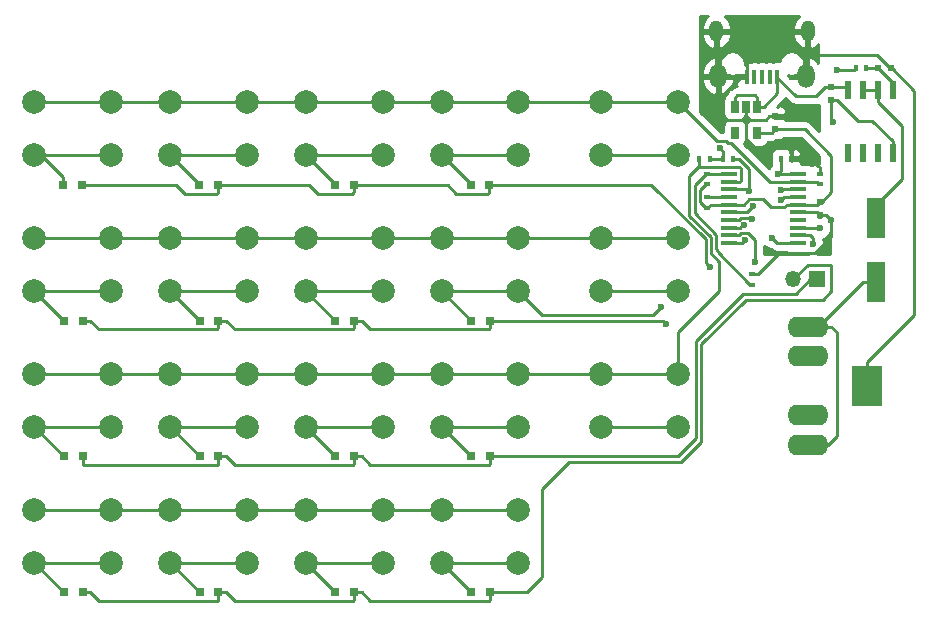
<source format=gbr>
G04 #@! TF.FileFunction,Copper,L1,Top,Signal*
%FSLAX46Y46*%
G04 Gerber Fmt 4.6, Leading zero omitted, Abs format (unit mm)*
G04 Created by KiCad (PCBNEW 4.0.0-rc2-stable) date 16/03/2018 16:43:17*
%MOMM*%
G01*
G04 APERTURE LIST*
%ADD10C,0.100000*%
%ADD11R,0.500000X0.600000*%
%ADD12R,0.600000X0.500000*%
%ADD13R,1.600000X3.500000*%
%ADD14R,0.800000X0.800000*%
%ADD15R,2.500000X3.500000*%
%ADD16O,3.500000X1.750000*%
%ADD17R,1.350000X1.350000*%
%ADD18O,1.350000X1.350000*%
%ADD19R,0.450000X1.300000*%
%ADD20O,1.450000X2.000000*%
%ADD21O,1.150000X1.800000*%
%ADD22R,0.600000X0.400000*%
%ADD23R,0.400000X0.600000*%
%ADD24C,2.000000*%
%ADD25R,1.450000X0.450000*%
%ADD26R,0.600000X1.550000*%
%ADD27R,0.650000X1.060000*%
%ADD28C,0.600000*%
%ADD29C,0.250000*%
%ADD30C,0.254000*%
G04 APERTURE END LIST*
D10*
D11*
X172250000Y-60300000D03*
X172250000Y-59200000D03*
D12*
X180950000Y-55140616D03*
X182050000Y-55140616D03*
D11*
X177000000Y-57800000D03*
X177000000Y-56700000D03*
X176000000Y-66450000D03*
X176000000Y-67550000D03*
D13*
X180750000Y-67800000D03*
X180750000Y-73200000D03*
D14*
X111950000Y-65000000D03*
X113550000Y-65000000D03*
X112000000Y-76500000D03*
X113600000Y-76500000D03*
X112000000Y-88000000D03*
X113600000Y-88000000D03*
X112000000Y-99500000D03*
X113600000Y-99500000D03*
X123450000Y-65000000D03*
X125050000Y-65000000D03*
X123500000Y-76500000D03*
X125100000Y-76500000D03*
X123500000Y-88000000D03*
X125100000Y-88000000D03*
X123500000Y-99500000D03*
X125100000Y-99500000D03*
X134950000Y-65000000D03*
X136550000Y-65000000D03*
X135000000Y-76500000D03*
X136600000Y-76500000D03*
X135000000Y-88000000D03*
X136600000Y-88000000D03*
X135000000Y-99500000D03*
X136600000Y-99500000D03*
X146450000Y-65000000D03*
X148050000Y-65000000D03*
X146500000Y-76500000D03*
X148100000Y-76500000D03*
X146500000Y-88000000D03*
X148100000Y-88000000D03*
X146500000Y-99500000D03*
X148100000Y-99500000D03*
D15*
X180000000Y-82000000D03*
D16*
X174994000Y-87000000D03*
X174994000Y-77000000D03*
X174994000Y-84500000D03*
X174994000Y-79500000D03*
D17*
X175750000Y-73000000D03*
D18*
X173750000Y-73000000D03*
D19*
X172425000Y-55850000D03*
X171775000Y-55850000D03*
X171125000Y-55850000D03*
X170475000Y-55850000D03*
X169825000Y-55850000D03*
D20*
X174850000Y-55800000D03*
X167400000Y-55800000D03*
D21*
X175000000Y-52000000D03*
X167250000Y-52000000D03*
D22*
X166500000Y-66050000D03*
X166500000Y-66950000D03*
X166500000Y-64050000D03*
X166500000Y-64950000D03*
X170250000Y-73450000D03*
X170250000Y-72550000D03*
X176000000Y-64952800D03*
X176000000Y-64052800D03*
D23*
X172705200Y-62801000D03*
X173605200Y-62801000D03*
X179950000Y-55140616D03*
X179050000Y-55140616D03*
D24*
X109500000Y-62500000D03*
X109500000Y-58000000D03*
X116000000Y-62500000D03*
X116000000Y-58000000D03*
X109500000Y-74000000D03*
X109500000Y-69500000D03*
X116000000Y-74000000D03*
X116000000Y-69500000D03*
X109500000Y-85500000D03*
X109500000Y-81000000D03*
X116000000Y-85500000D03*
X116000000Y-81000000D03*
X109500000Y-97000000D03*
X109500000Y-92500000D03*
X116000000Y-97000000D03*
X116000000Y-92500000D03*
X121000000Y-62500000D03*
X121000000Y-58000000D03*
X127500000Y-62500000D03*
X127500000Y-58000000D03*
X121000000Y-74000000D03*
X121000000Y-69500000D03*
X127500000Y-74000000D03*
X127500000Y-69500000D03*
X121000000Y-85500000D03*
X121000000Y-81000000D03*
X127500000Y-85500000D03*
X127500000Y-81000000D03*
X121000000Y-97000000D03*
X121000000Y-92500000D03*
X127500000Y-97000000D03*
X127500000Y-92500000D03*
X132500000Y-62500000D03*
X132500000Y-58000000D03*
X139000000Y-62500000D03*
X139000000Y-58000000D03*
X132500000Y-74000000D03*
X132500000Y-69500000D03*
X139000000Y-74000000D03*
X139000000Y-69500000D03*
X132500000Y-85500000D03*
X132500000Y-81000000D03*
X139000000Y-85500000D03*
X139000000Y-81000000D03*
X132500000Y-97000000D03*
X132500000Y-92500000D03*
X139000000Y-97000000D03*
X139000000Y-92500000D03*
X144000000Y-62500000D03*
X144000000Y-58000000D03*
X150500000Y-62500000D03*
X150500000Y-58000000D03*
X144000000Y-74000000D03*
X144000000Y-69500000D03*
X150500000Y-74000000D03*
X150500000Y-69500000D03*
X144000000Y-85500000D03*
X144000000Y-81000000D03*
X150500000Y-85500000D03*
X150500000Y-81000000D03*
X144000000Y-97000000D03*
X144000000Y-92500000D03*
X150500000Y-97000000D03*
X150500000Y-92500000D03*
X157500000Y-62500000D03*
X157500000Y-58000000D03*
X164000000Y-62500000D03*
X164000000Y-58000000D03*
X157500000Y-74000000D03*
X157500000Y-69500000D03*
X164000000Y-74000000D03*
X164000000Y-69500000D03*
X157500000Y-85500000D03*
X157500000Y-81000000D03*
X164000000Y-85500000D03*
X164000000Y-81000000D03*
D25*
X168300000Y-64075000D03*
X168300000Y-64725000D03*
X168300000Y-65375000D03*
X168300000Y-66025000D03*
X168300000Y-66675000D03*
X168300000Y-67325000D03*
X168300000Y-67975000D03*
X168300000Y-68625000D03*
X168300000Y-69275000D03*
X168300000Y-69925000D03*
X174200000Y-69925000D03*
X174200000Y-69275000D03*
X174200000Y-68625000D03*
X174200000Y-67975000D03*
X174200000Y-67325000D03*
X174200000Y-66675000D03*
X174200000Y-66025000D03*
X174200000Y-65375000D03*
X174200000Y-64725000D03*
X174200000Y-64075000D03*
D26*
X178400472Y-62340616D03*
X179670472Y-62340616D03*
X180940472Y-62340616D03*
X182210472Y-62340616D03*
X182210472Y-56940616D03*
X180940472Y-56940616D03*
X179670472Y-56940616D03*
X178400472Y-56940616D03*
D27*
X170700000Y-58400000D03*
X169750000Y-58400000D03*
X168800000Y-58400000D03*
X168800000Y-60600000D03*
X170700000Y-60600000D03*
D23*
X165803600Y-62801000D03*
X166703600Y-62801000D03*
X168703000Y-62801000D03*
X167803000Y-62801000D03*
D28*
X167538400Y-61925200D03*
X170713400Y-53619400D03*
X176961800Y-67995800D03*
X177165000Y-59690000D03*
X170348700Y-66828482D03*
X172000000Y-69500000D03*
X166750000Y-72000000D03*
X175425012Y-70001980D03*
X163000000Y-76750000D03*
X172750000Y-66250000D03*
X172722703Y-65437946D03*
X170316956Y-67933044D03*
X169635101Y-68446197D03*
X170566955Y-71566955D03*
X162575001Y-75325001D03*
X177500000Y-55250000D03*
X175999862Y-68691580D03*
X172471649Y-64099980D03*
X170000000Y-65500000D03*
X169652019Y-69696218D03*
D29*
X172250000Y-60300000D02*
X174727000Y-60300000D01*
X174727000Y-60300000D02*
X177000000Y-62573000D01*
X177000000Y-62573000D02*
X177000000Y-65620800D01*
X177000000Y-65620800D02*
X176170800Y-66450000D01*
X176170800Y-66450000D02*
X176000000Y-66450000D01*
X173225000Y-66675000D02*
X174200000Y-66675000D01*
X171875002Y-66875002D02*
X173024998Y-66875002D01*
X171203480Y-66203480D02*
X171875002Y-66875002D01*
X173024998Y-66875002D02*
X173225000Y-66675000D01*
X170048698Y-66203480D02*
X171203480Y-66203480D01*
X168300000Y-66675000D02*
X169577178Y-66675000D01*
X169577178Y-66675000D02*
X170048698Y-66203480D01*
X176000000Y-66450000D02*
X176050000Y-66450000D01*
X174200000Y-66675000D02*
X175775000Y-66675000D01*
X175775000Y-66675000D02*
X176000000Y-66450000D01*
X166500000Y-64950000D02*
X166400000Y-64950000D01*
X166400000Y-64950000D02*
X165874999Y-65475001D01*
X165874999Y-65475001D02*
X165874999Y-66424999D01*
X165874999Y-66424999D02*
X166400000Y-66950000D01*
X166400000Y-66950000D02*
X166500000Y-66950000D01*
X166500000Y-66950000D02*
X166775000Y-66675000D01*
X166775000Y-66675000D02*
X168300000Y-66675000D01*
X170700000Y-60600000D02*
X171950000Y-60600000D01*
X171950000Y-60600000D02*
X172250000Y-60300000D01*
X175000000Y-52000000D02*
X175000000Y-54000000D01*
X175000000Y-54000000D02*
X175000000Y-55650000D01*
X182050000Y-55140616D02*
X182000000Y-55140616D01*
X182000000Y-55140616D02*
X180859384Y-54000000D01*
X180859384Y-54000000D02*
X175000000Y-54000000D01*
X184000026Y-57040642D02*
X184000026Y-58575736D01*
X182100000Y-55140616D02*
X184000026Y-57040642D01*
X182050000Y-55140616D02*
X182100000Y-55140616D01*
X180000000Y-80000000D02*
X184000026Y-75999974D01*
X180000000Y-82000000D02*
X180000000Y-80000000D01*
X184000026Y-75999974D02*
X184000026Y-59424264D01*
X184000026Y-58575736D02*
X184000026Y-59000000D01*
X184000026Y-59424264D02*
X184000026Y-59000000D01*
X175599120Y-70750000D02*
X176349120Y-70000000D01*
X176349120Y-70000000D02*
X176625002Y-69724118D01*
X176961800Y-67995800D02*
X176961800Y-69387320D01*
X176961800Y-69387320D02*
X176349120Y-70000000D01*
X167500000Y-59500000D02*
X169430000Y-59500000D01*
X167500000Y-57700000D02*
X167500000Y-59500000D01*
X169430000Y-59500000D02*
X169750000Y-59180000D01*
X169350000Y-55850000D02*
X167500000Y-57700000D01*
X169825000Y-55850000D02*
X169350000Y-55850000D01*
X167803000Y-62801000D02*
X167803000Y-62189800D01*
X167803000Y-62189800D02*
X167538400Y-61925200D01*
X172753200Y-61849000D02*
X170508998Y-61849000D01*
X170508998Y-61849000D02*
X169750000Y-61090002D01*
X169750000Y-61090002D02*
X169750000Y-59180000D01*
X169750000Y-59180000D02*
X169750000Y-58400000D01*
X173605200Y-62801000D02*
X173605200Y-62701000D01*
X173605200Y-62701000D02*
X173482000Y-62577800D01*
X167803000Y-62801000D02*
X166703600Y-62801000D01*
X176000000Y-64052800D02*
X176000000Y-63503400D01*
X176000000Y-63503400D02*
X175297600Y-62801000D01*
X175297600Y-62801000D02*
X174055200Y-62801000D01*
X174055200Y-62801000D02*
X173605200Y-62801000D01*
X170713400Y-53619400D02*
X169825000Y-54507800D01*
X169825000Y-54507800D02*
X169825000Y-55850000D01*
X172600000Y-70750000D02*
X175599120Y-70750000D01*
X176000000Y-67600000D02*
X176000000Y-67550000D01*
X170250000Y-72550000D02*
X170800000Y-72550000D01*
X170800000Y-72550000D02*
X172600000Y-70750000D01*
X176000000Y-67550000D02*
X176516000Y-67550000D01*
X176516000Y-67550000D02*
X176961800Y-67995800D01*
X177000000Y-57800000D02*
X177000000Y-59525000D01*
X177000000Y-59525000D02*
X177165000Y-59690000D01*
X182210472Y-62340616D02*
X182210472Y-61315616D01*
X182210472Y-61315616D02*
X180457856Y-59563000D01*
X180457856Y-59563000D02*
X179263000Y-59563000D01*
X179263000Y-59563000D02*
X177500000Y-57800000D01*
X177500000Y-57800000D02*
X177000000Y-57800000D01*
X167250000Y-52000000D02*
X167250000Y-55650000D01*
X167250000Y-55650000D02*
X167400000Y-55800000D01*
X175000000Y-55650000D02*
X174850000Y-55800000D01*
X176000000Y-67550000D02*
X176000000Y-67500000D01*
X176000000Y-67550000D02*
X175775000Y-67325000D01*
X175775000Y-67325000D02*
X174200000Y-67325000D01*
X167400000Y-55800000D02*
X169775000Y-55800000D01*
X169775000Y-55800000D02*
X169825000Y-55850000D01*
X171450000Y-59500000D02*
X170070000Y-59500000D01*
X170070000Y-59500000D02*
X169750000Y-59180000D01*
X172250000Y-59200000D02*
X171750000Y-59200000D01*
X171750000Y-59200000D02*
X171450000Y-59500000D01*
X179950000Y-55140616D02*
X180950000Y-55140616D01*
X182210472Y-56940616D02*
X182210472Y-56401088D01*
X182210472Y-56401088D02*
X180950000Y-55140616D01*
X170500000Y-57420000D02*
X169000000Y-57420000D01*
X169000000Y-57420000D02*
X168800000Y-57620000D01*
X168800000Y-57620000D02*
X168800000Y-58400000D01*
X170700000Y-58400000D02*
X170700000Y-57620000D01*
X170700000Y-57620000D02*
X170500000Y-57420000D01*
X170700000Y-58400000D02*
X171275000Y-58400000D01*
X171275000Y-58400000D02*
X172425000Y-57250000D01*
X172425000Y-57250000D02*
X172425000Y-56750000D01*
X172425000Y-56750000D02*
X172425000Y-55850000D01*
X177000000Y-56700000D02*
X176500000Y-56700000D01*
X176500000Y-56700000D02*
X175700000Y-57500000D01*
X174000000Y-57500000D02*
X172425000Y-55925000D01*
X175700000Y-57500000D02*
X174000000Y-57500000D01*
X172425000Y-55925000D02*
X172425000Y-55850000D01*
X177000000Y-56700000D02*
X178159856Y-56700000D01*
X178159856Y-56700000D02*
X178400472Y-56940616D01*
X180940472Y-56940616D02*
X180940472Y-57965616D01*
X180940472Y-57965616D02*
X183000000Y-60025144D01*
X183000000Y-60025144D02*
X183000000Y-64500000D01*
X183000000Y-64500000D02*
X180750000Y-66750000D01*
X180750000Y-66750000D02*
X180750000Y-67800000D01*
X179670472Y-56940616D02*
X180940472Y-56940616D01*
X174994000Y-77000000D02*
X176994000Y-77000000D01*
X176994000Y-77000000D02*
X177500000Y-77506000D01*
X177500000Y-77506000D02*
X177500000Y-86250000D01*
X177500000Y-86250000D02*
X176750000Y-87000000D01*
X176750000Y-87000000D02*
X174994000Y-87000000D01*
X174994000Y-77000000D02*
X175869000Y-77000000D01*
X175869000Y-77000000D02*
X179669000Y-73200000D01*
X179669000Y-73200000D02*
X179700000Y-73200000D01*
X179700000Y-73200000D02*
X180750000Y-73200000D01*
X169852182Y-67325000D02*
X170048701Y-67128481D01*
X168300000Y-67325000D02*
X169852182Y-67325000D01*
X170048701Y-67128481D02*
X170348700Y-66828482D01*
X109500000Y-74000000D02*
X112000000Y-76500000D01*
X109500000Y-74000000D02*
X110914213Y-74000000D01*
X110914213Y-74000000D02*
X116000000Y-74000000D01*
X109500000Y-62500000D02*
X116000000Y-62500000D01*
X109500000Y-97000000D02*
X116000000Y-97000000D01*
X109500000Y-85500000D02*
X112000000Y-88000000D01*
X109500000Y-85500000D02*
X116000000Y-85500000D01*
X109500000Y-97000000D02*
X112000000Y-99500000D01*
X111950000Y-65000000D02*
X111950000Y-64350000D01*
X111950000Y-64350000D02*
X110100000Y-62500000D01*
X110100000Y-62500000D02*
X109500000Y-62500000D01*
X166450001Y-71700001D02*
X166750000Y-72000000D01*
X166349977Y-71599977D02*
X166450001Y-71700001D01*
X166349977Y-69622798D02*
X166349977Y-71599977D01*
X161727179Y-65000000D02*
X166349977Y-69622798D01*
X148050000Y-65000000D02*
X161727179Y-65000000D01*
X172000000Y-69500000D02*
X172425000Y-69925000D01*
X172425000Y-69925000D02*
X174200000Y-69925000D01*
X136550000Y-65000000D02*
X144500000Y-65000000D01*
X148050000Y-65650000D02*
X148050000Y-65000000D01*
X144500000Y-65000000D02*
X145250000Y-65750000D01*
X145250000Y-65750000D02*
X147950000Y-65750000D01*
X147950000Y-65750000D02*
X148050000Y-65650000D01*
X113550000Y-65000000D02*
X121500000Y-65000000D01*
X121500000Y-65000000D02*
X122250000Y-65750000D01*
X122250000Y-65750000D02*
X124950000Y-65750000D01*
X124950000Y-65750000D02*
X125050000Y-65650000D01*
X125050000Y-65650000D02*
X125050000Y-65000000D01*
X125050000Y-65000000D02*
X132750000Y-65000000D01*
X132750000Y-65000000D02*
X133500000Y-65750000D01*
X133500000Y-65750000D02*
X136450000Y-65750000D01*
X136450000Y-65750000D02*
X136550000Y-65650000D01*
X136550000Y-65650000D02*
X136550000Y-65000000D01*
X175425012Y-69577716D02*
X175425012Y-70001980D01*
X175425012Y-69525012D02*
X175425012Y-69577716D01*
X174200000Y-69275000D02*
X175175000Y-69275000D01*
X175175000Y-69275000D02*
X175425012Y-69525012D01*
X148100000Y-76500000D02*
X162750000Y-76500000D01*
X162750000Y-76500000D02*
X163000000Y-76750000D01*
X136600000Y-76500000D02*
X137250000Y-76500000D01*
X137975001Y-77225001D02*
X148024999Y-77225001D01*
X137250000Y-76500000D02*
X137975001Y-77225001D01*
X148024999Y-77225001D02*
X148100000Y-77150000D01*
X148100000Y-77150000D02*
X148100000Y-76500000D01*
X125100000Y-76500000D02*
X125750000Y-76500000D01*
X125750000Y-76500000D02*
X126475001Y-77225001D01*
X136600000Y-77150000D02*
X136600000Y-76500000D01*
X126475001Y-77225001D02*
X136524999Y-77225001D01*
X136524999Y-77225001D02*
X136600000Y-77150000D01*
X115000000Y-77250000D02*
X125000000Y-77250000D01*
X125000000Y-77250000D02*
X125100000Y-77150000D01*
X125100000Y-77150000D02*
X125100000Y-76500000D01*
X113600000Y-76500000D02*
X114250000Y-76500000D01*
X114250000Y-76500000D02*
X115000000Y-77250000D01*
X172975000Y-66025000D02*
X172750000Y-66250000D01*
X174200000Y-66025000D02*
X172975000Y-66025000D01*
X148100000Y-88000000D02*
X164000000Y-88000000D01*
X164000000Y-88000000D02*
X165549989Y-86450011D01*
X165549989Y-86450011D02*
X165549989Y-78200011D01*
X169500000Y-74250000D02*
X173980002Y-74250000D01*
X165549989Y-78200011D02*
X169500000Y-74250000D01*
X173980002Y-74250000D02*
X175230002Y-73000000D01*
X175230002Y-73000000D02*
X175750000Y-73000000D01*
X136600000Y-88000000D02*
X137250000Y-88000000D01*
X137975001Y-88725001D02*
X148024999Y-88725001D01*
X137250000Y-88000000D02*
X137975001Y-88725001D01*
X148024999Y-88725001D02*
X148100000Y-88650000D01*
X148100000Y-88650000D02*
X148100000Y-88000000D01*
X125100000Y-88000000D02*
X125750000Y-88000000D01*
X125750000Y-88000000D02*
X126475001Y-88725001D01*
X126475001Y-88725001D02*
X136524999Y-88725001D01*
X136524999Y-88725001D02*
X136600000Y-88650000D01*
X136600000Y-88650000D02*
X136600000Y-88000000D01*
X113600000Y-88000000D02*
X113600000Y-88650000D01*
X113600000Y-88650000D02*
X113675001Y-88725001D01*
X113675001Y-88725001D02*
X125024999Y-88725001D01*
X125024999Y-88725001D02*
X125100000Y-88650000D01*
X125100000Y-88650000D02*
X125100000Y-88000000D01*
X172785649Y-65375000D02*
X172722703Y-65437946D01*
X174200000Y-65375000D02*
X172785649Y-65375000D01*
X148100000Y-99500000D02*
X151250000Y-99500000D01*
X166000000Y-86750000D02*
X166000000Y-78500000D01*
X151250000Y-99500000D02*
X152500000Y-98250000D01*
X152500000Y-98250000D02*
X152500000Y-90750000D01*
X152500000Y-90750000D02*
X154750000Y-88500000D01*
X154750000Y-88500000D02*
X164250000Y-88500000D01*
X164250000Y-88500000D02*
X166000000Y-86750000D01*
X175000000Y-71750000D02*
X173750000Y-73000000D01*
X166000000Y-78500000D02*
X169750000Y-74750000D01*
X169750000Y-74750000D02*
X176250000Y-74750000D01*
X176250000Y-74750000D02*
X177000000Y-74000000D01*
X177000000Y-74000000D02*
X177000000Y-71750000D01*
X177000000Y-71750000D02*
X175000000Y-71750000D01*
X136600000Y-99500000D02*
X137250000Y-99500000D01*
X137250000Y-99500000D02*
X137975001Y-100225001D01*
X137975001Y-100225001D02*
X148024999Y-100225001D01*
X148100000Y-100150000D02*
X148100000Y-99500000D01*
X148024999Y-100225001D02*
X148100000Y-100150000D01*
X125100000Y-99500000D02*
X125750000Y-99500000D01*
X125750000Y-99500000D02*
X126475001Y-100225001D01*
X136524999Y-100225001D02*
X136600000Y-100150000D01*
X126475001Y-100225001D02*
X136524999Y-100225001D01*
X136600000Y-100150000D02*
X136600000Y-99500000D01*
X113600000Y-99500000D02*
X114250000Y-99500000D01*
X114250000Y-99500000D02*
X114975001Y-100225001D01*
X114975001Y-100225001D02*
X125024999Y-100225001D01*
X125024999Y-100225001D02*
X125100000Y-100150000D01*
X125100000Y-100150000D02*
X125100000Y-99500000D01*
X127500000Y-74000000D02*
X121000000Y-74000000D01*
X168300000Y-67975000D02*
X169181294Y-67975000D01*
X170205107Y-67821195D02*
X170316956Y-67933044D01*
X169181294Y-67975000D02*
X169335099Y-67821195D01*
X169335099Y-67821195D02*
X170205107Y-67821195D01*
X123500000Y-76500000D02*
X121000000Y-74000000D01*
X121000000Y-62500000D02*
X123450000Y-64950000D01*
X123450000Y-64950000D02*
X123450000Y-65000000D01*
X121000000Y-62500000D02*
X122414213Y-62500000D01*
X122414213Y-62500000D02*
X127500000Y-62500000D01*
X121000000Y-85500000D02*
X123500000Y-88000000D01*
X121000000Y-85500000D02*
X127500000Y-85500000D01*
X121000000Y-97000000D02*
X123500000Y-99500000D01*
X121000000Y-97000000D02*
X127500000Y-97000000D01*
X169275000Y-68625000D02*
X169453803Y-68446197D01*
X168300000Y-68625000D02*
X169275000Y-68625000D01*
X169453803Y-68446197D02*
X169635101Y-68446197D01*
X132500000Y-97000000D02*
X139000000Y-97000000D01*
X132500000Y-97000000D02*
X135000000Y-99500000D01*
X132500000Y-74000000D02*
X133914213Y-74000000D01*
X133914213Y-74000000D02*
X139000000Y-74000000D01*
X135000000Y-76500000D02*
X132500000Y-74000000D01*
X132500000Y-62500000D02*
X134950000Y-64950000D01*
X134950000Y-64950000D02*
X134950000Y-65000000D01*
X132500000Y-62500000D02*
X133914213Y-62500000D01*
X133914213Y-62500000D02*
X139000000Y-62500000D01*
X132500000Y-85500000D02*
X135000000Y-88000000D01*
X132500000Y-85500000D02*
X139000000Y-85500000D01*
X170566955Y-69686150D02*
X170566955Y-71142691D01*
X169352017Y-69071216D02*
X169952021Y-69071216D01*
X170566955Y-71142691D02*
X170566955Y-71566955D01*
X169148233Y-69275000D02*
X169352017Y-69071216D01*
X168300000Y-69275000D02*
X169148233Y-69275000D01*
X169952021Y-69071216D02*
X170566955Y-69686150D01*
X162575001Y-75325001D02*
X161900002Y-76000000D01*
X161900002Y-76000000D02*
X152500000Y-76000000D01*
X152500000Y-76000000D02*
X150500000Y-74000000D01*
X144000000Y-97000000D02*
X150500000Y-97000000D01*
X144000000Y-97000000D02*
X146500000Y-99500000D01*
X144000000Y-74000000D02*
X150500000Y-74000000D01*
X144000000Y-74000000D02*
X146500000Y-76500000D01*
X144000000Y-62500000D02*
X146450000Y-64950000D01*
X146450000Y-64950000D02*
X146450000Y-65000000D01*
X144000000Y-62500000D02*
X145414213Y-62500000D01*
X145414213Y-62500000D02*
X150500000Y-62500000D01*
X144000000Y-85500000D02*
X146500000Y-88000000D01*
X144000000Y-85500000D02*
X150500000Y-85500000D01*
X166500000Y-66050000D02*
X168275000Y-66050000D01*
X168275000Y-66050000D02*
X168300000Y-66025000D01*
X170250000Y-73450000D02*
X170150000Y-73450000D01*
X167249999Y-70477178D02*
X167249999Y-69249999D01*
X165424988Y-67424988D02*
X165424988Y-65025012D01*
X167400020Y-70700020D02*
X167400020Y-70627199D01*
X170150000Y-73450000D02*
X167400020Y-70700020D01*
X166400000Y-64050000D02*
X166500000Y-64050000D01*
X167249999Y-69249999D02*
X165424988Y-67424988D01*
X167400020Y-70627199D02*
X167249999Y-70477178D01*
X165424988Y-65025012D02*
X166400000Y-64050000D01*
X166500000Y-64050000D02*
X168275000Y-64050000D01*
X168275000Y-64050000D02*
X168300000Y-64075000D01*
X177500000Y-55250000D02*
X178940616Y-55250000D01*
X178940616Y-55250000D02*
X179050000Y-55140616D01*
X175933282Y-68625000D02*
X175999862Y-68691580D01*
X174200000Y-68625000D02*
X175933282Y-68625000D01*
X171760600Y-64725000D02*
X173225000Y-64725000D01*
X168490601Y-61455001D02*
X171760600Y-64725000D01*
X164000000Y-58000000D02*
X167300198Y-61300198D01*
X168117802Y-61300198D02*
X168272605Y-61455001D01*
X168272605Y-61455001D02*
X168490601Y-61455001D01*
X167300198Y-61300198D02*
X168117802Y-61300198D01*
X173225000Y-64725000D02*
X174200000Y-64725000D01*
X176000000Y-64952800D02*
X175772200Y-64725000D01*
X175772200Y-64725000D02*
X174200000Y-64725000D01*
X157500000Y-58000000D02*
X164000000Y-58000000D01*
X150500000Y-58000000D02*
X157500000Y-58000000D01*
X144000000Y-58000000D02*
X150500000Y-58000000D01*
X139000000Y-58000000D02*
X144000000Y-58000000D01*
X132500000Y-58000000D02*
X139000000Y-58000000D01*
X127500000Y-58000000D02*
X132500000Y-58000000D01*
X121000000Y-58000000D02*
X127500000Y-58000000D01*
X116000000Y-58000000D02*
X121000000Y-58000000D01*
X109500000Y-58000000D02*
X110914213Y-58000000D01*
X110914213Y-58000000D02*
X116000000Y-58000000D01*
X172705200Y-63866429D02*
X172471649Y-64099980D01*
X172705200Y-62801000D02*
X172705200Y-63866429D01*
X174200000Y-64075000D02*
X172496629Y-64075000D01*
X172496629Y-64075000D02*
X172471649Y-64099980D01*
X157500000Y-69500000D02*
X158914213Y-69500000D01*
X158914213Y-69500000D02*
X164000000Y-69500000D01*
X150500000Y-69500000D02*
X157500000Y-69500000D01*
X144000000Y-69500000D02*
X150500000Y-69500000D01*
X139000000Y-69500000D02*
X144000000Y-69500000D01*
X132500000Y-69500000D02*
X139000000Y-69500000D01*
X127500000Y-69500000D02*
X132500000Y-69500000D01*
X121000000Y-69500000D02*
X122414213Y-69500000D01*
X122414213Y-69500000D02*
X127500000Y-69500000D01*
X116000000Y-69500000D02*
X117414213Y-69500000D01*
X117414213Y-69500000D02*
X121000000Y-69500000D01*
X109500000Y-69500000D02*
X116000000Y-69500000D01*
X169238388Y-63524999D02*
X165725001Y-63524999D01*
X169374389Y-63661000D02*
X169238388Y-63524999D01*
X168300000Y-64725000D02*
X169275000Y-64725000D01*
X169374389Y-64625611D02*
X169374389Y-63661000D01*
X169275000Y-64725000D02*
X169374389Y-64625611D01*
X165803600Y-62801000D02*
X165803600Y-63351000D01*
X165803600Y-63351000D02*
X165725001Y-63429599D01*
X165725001Y-63429599D02*
X165725001Y-63524999D01*
X164974977Y-67611388D02*
X166799988Y-69436398D01*
X167500000Y-71500000D02*
X167500000Y-74000000D01*
X164000000Y-77500000D02*
X164000000Y-79585787D01*
X165725001Y-63524999D02*
X164974977Y-64275023D01*
X164974977Y-64275023D02*
X164974977Y-67611388D01*
X166799988Y-70799988D02*
X167500000Y-71500000D01*
X166799988Y-69436398D02*
X166799988Y-70799988D01*
X167500000Y-74000000D02*
X164000000Y-77500000D01*
X164000000Y-79585787D02*
X164000000Y-81000000D01*
X157500000Y-81000000D02*
X164000000Y-81000000D01*
X150500000Y-81000000D02*
X157500000Y-81000000D01*
X144000000Y-81000000D02*
X150500000Y-81000000D01*
X139000000Y-81000000D02*
X140414213Y-81000000D01*
X140414213Y-81000000D02*
X144000000Y-81000000D01*
X132500000Y-81000000D02*
X139000000Y-81000000D01*
X127500000Y-81000000D02*
X128914213Y-81000000D01*
X128914213Y-81000000D02*
X132500000Y-81000000D01*
X121000000Y-81000000D02*
X122414213Y-81000000D01*
X122414213Y-81000000D02*
X127500000Y-81000000D01*
X116000000Y-81000000D02*
X117414213Y-81000000D01*
X117414213Y-81000000D02*
X121000000Y-81000000D01*
X109500000Y-81000000D02*
X116000000Y-81000000D01*
X168703000Y-62801000D02*
X169153000Y-62801000D01*
X169153000Y-62801000D02*
X170000000Y-63648000D01*
X170000000Y-63648000D02*
X170000000Y-65500000D01*
X168300000Y-65375000D02*
X169875000Y-65375000D01*
X169875000Y-65375000D02*
X170000000Y-65500000D01*
X144000000Y-92500000D02*
X145414213Y-92500000D01*
X145414213Y-92500000D02*
X150500000Y-92500000D01*
X139000000Y-92500000D02*
X140414213Y-92500000D01*
X140414213Y-92500000D02*
X144000000Y-92500000D01*
X132500000Y-92500000D02*
X139000000Y-92500000D01*
X127500000Y-92500000D02*
X128914213Y-92500000D01*
X128914213Y-92500000D02*
X132500000Y-92500000D01*
X121000000Y-92500000D02*
X127500000Y-92500000D01*
X116000000Y-92500000D02*
X121000000Y-92500000D01*
X109500000Y-92500000D02*
X110914213Y-92500000D01*
X110914213Y-92500000D02*
X116000000Y-92500000D01*
X168300000Y-69925000D02*
X169423237Y-69925000D01*
X169423237Y-69925000D02*
X169652019Y-69696218D01*
X157500000Y-62500000D02*
X158914213Y-62500000D01*
X158914213Y-62500000D02*
X164000000Y-62500000D01*
X157500000Y-74000000D02*
X164000000Y-74000000D01*
X157500000Y-85500000D02*
X158914213Y-85500000D01*
X158914213Y-85500000D02*
X164000000Y-85500000D01*
D30*
G36*
X176873000Y-70873000D02*
X175765415Y-70873000D01*
X175953955Y-70795097D01*
X176217204Y-70532307D01*
X176359850Y-70188779D01*
X176360174Y-69816813D01*
X176267550Y-69592645D01*
X176528805Y-69484697D01*
X176792054Y-69221907D01*
X176873000Y-69026968D01*
X176873000Y-70873000D01*
X176873000Y-70873000D01*
G37*
X176873000Y-70873000D02*
X175765415Y-70873000D01*
X175953955Y-70795097D01*
X176217204Y-70532307D01*
X176359850Y-70188779D01*
X176360174Y-69816813D01*
X176267550Y-69592645D01*
X176528805Y-69484697D01*
X176792054Y-69221907D01*
X176873000Y-69026968D01*
X176873000Y-70873000D01*
G36*
X171469673Y-70292192D02*
X171813201Y-70434838D01*
X171860077Y-70434879D01*
X171887599Y-70462401D01*
X172134161Y-70627148D01*
X172425000Y-70685000D01*
X173133203Y-70685000D01*
X173223110Y-70746431D01*
X173475000Y-70797440D01*
X174902555Y-70797440D01*
X175084523Y-70873000D01*
X171326955Y-70873000D01*
X171326955Y-70149225D01*
X171469673Y-70292192D01*
X171469673Y-70292192D01*
G37*
X171469673Y-70292192D02*
X171813201Y-70434838D01*
X171860077Y-70434879D01*
X171887599Y-70462401D01*
X172134161Y-70627148D01*
X172425000Y-70685000D01*
X173133203Y-70685000D01*
X173223110Y-70746431D01*
X173475000Y-70797440D01*
X174902555Y-70797440D01*
X175084523Y-70873000D01*
X171326955Y-70873000D01*
X171326955Y-70149225D01*
X171469673Y-70292192D01*
G36*
X176125000Y-67423000D02*
X176147000Y-67423000D01*
X176147000Y-67677000D01*
X176125000Y-67677000D01*
X176125000Y-67697000D01*
X175875000Y-67697000D01*
X175875000Y-67677000D01*
X175853000Y-67677000D01*
X175853000Y-67423000D01*
X175875000Y-67423000D01*
X175875000Y-67415109D01*
X175935874Y-67403000D01*
X176125000Y-67403000D01*
X176125000Y-67423000D01*
X176125000Y-67423000D01*
G37*
X176125000Y-67423000D02*
X176147000Y-67423000D01*
X176147000Y-67677000D01*
X176125000Y-67677000D01*
X176125000Y-67697000D01*
X175875000Y-67697000D01*
X175875000Y-67677000D01*
X175853000Y-67677000D01*
X175853000Y-67423000D01*
X175875000Y-67423000D01*
X175875000Y-67415109D01*
X175935874Y-67403000D01*
X176125000Y-67403000D01*
X176125000Y-67423000D01*
G36*
X175916144Y-62563946D02*
X175917230Y-63217800D01*
X175872998Y-63217800D01*
X175872998Y-63376548D01*
X175714250Y-63217800D01*
X175573690Y-63217800D01*
X175340301Y-63314473D01*
X175310152Y-63344623D01*
X175176890Y-63253569D01*
X174925000Y-63202560D01*
X174440200Y-63202560D01*
X174440200Y-63086750D01*
X174281450Y-62928000D01*
X173705200Y-62928000D01*
X173705200Y-62948000D01*
X173552640Y-62948000D01*
X173552640Y-62501000D01*
X173508362Y-62265683D01*
X173505200Y-62260769D01*
X173505200Y-62024750D01*
X173705200Y-62024750D01*
X173705200Y-62674000D01*
X174281450Y-62674000D01*
X174440200Y-62515250D01*
X174440200Y-62374690D01*
X174343527Y-62141301D01*
X174164898Y-61962673D01*
X173931509Y-61866000D01*
X173863950Y-61866000D01*
X173705200Y-62024750D01*
X173505200Y-62024750D01*
X173346450Y-61866000D01*
X173278891Y-61866000D01*
X173167917Y-61911967D01*
X173157090Y-61904569D01*
X172905200Y-61853560D01*
X172505200Y-61853560D01*
X172269883Y-61897838D01*
X172053759Y-62036910D01*
X171908769Y-62249110D01*
X171857760Y-62501000D01*
X171857760Y-63101000D01*
X171902038Y-63336317D01*
X171906404Y-63343102D01*
X171679756Y-63569354D01*
X169628419Y-61518017D01*
X169721431Y-61381890D01*
X169749176Y-61244880D01*
X169771838Y-61365317D01*
X169910910Y-61581441D01*
X170123110Y-61726431D01*
X170375000Y-61777440D01*
X171025000Y-61777440D01*
X171260317Y-61733162D01*
X171476441Y-61594090D01*
X171621431Y-61381890D01*
X171625864Y-61360000D01*
X171950000Y-61360000D01*
X172240839Y-61302148D01*
X172322716Y-61247440D01*
X172500000Y-61247440D01*
X172735317Y-61203162D01*
X172951441Y-61064090D01*
X172954236Y-61060000D01*
X174412198Y-61060000D01*
X175916144Y-62563946D01*
X175916144Y-62563946D01*
G37*
X175916144Y-62563946D02*
X175917230Y-63217800D01*
X175872998Y-63217800D01*
X175872998Y-63376548D01*
X175714250Y-63217800D01*
X175573690Y-63217800D01*
X175340301Y-63314473D01*
X175310152Y-63344623D01*
X175176890Y-63253569D01*
X174925000Y-63202560D01*
X174440200Y-63202560D01*
X174440200Y-63086750D01*
X174281450Y-62928000D01*
X173705200Y-62928000D01*
X173705200Y-62948000D01*
X173552640Y-62948000D01*
X173552640Y-62501000D01*
X173508362Y-62265683D01*
X173505200Y-62260769D01*
X173505200Y-62024750D01*
X173705200Y-62024750D01*
X173705200Y-62674000D01*
X174281450Y-62674000D01*
X174440200Y-62515250D01*
X174440200Y-62374690D01*
X174343527Y-62141301D01*
X174164898Y-61962673D01*
X173931509Y-61866000D01*
X173863950Y-61866000D01*
X173705200Y-62024750D01*
X173505200Y-62024750D01*
X173346450Y-61866000D01*
X173278891Y-61866000D01*
X173167917Y-61911967D01*
X173157090Y-61904569D01*
X172905200Y-61853560D01*
X172505200Y-61853560D01*
X172269883Y-61897838D01*
X172053759Y-62036910D01*
X171908769Y-62249110D01*
X171857760Y-62501000D01*
X171857760Y-63101000D01*
X171902038Y-63336317D01*
X171906404Y-63343102D01*
X171679756Y-63569354D01*
X169628419Y-61518017D01*
X169721431Y-61381890D01*
X169749176Y-61244880D01*
X169771838Y-61365317D01*
X169910910Y-61581441D01*
X170123110Y-61726431D01*
X170375000Y-61777440D01*
X171025000Y-61777440D01*
X171260317Y-61733162D01*
X171476441Y-61594090D01*
X171621431Y-61381890D01*
X171625864Y-61360000D01*
X171950000Y-61360000D01*
X172240839Y-61302148D01*
X172322716Y-61247440D01*
X172500000Y-61247440D01*
X172735317Y-61203162D01*
X172951441Y-61064090D01*
X172954236Y-61060000D01*
X174412198Y-61060000D01*
X175916144Y-62563946D01*
G36*
X166484204Y-50729598D02*
X166180707Y-51094620D01*
X166040000Y-51548000D01*
X166040000Y-51873000D01*
X167123000Y-51873000D01*
X167123000Y-51853000D01*
X167377000Y-51853000D01*
X167377000Y-51873000D01*
X168460000Y-51873000D01*
X168460000Y-51548000D01*
X168319293Y-51094620D01*
X168015796Y-50729598D01*
X167978559Y-50710000D01*
X174271441Y-50710000D01*
X174234204Y-50729598D01*
X173930707Y-51094620D01*
X173790000Y-51548000D01*
X173790000Y-51873000D01*
X174873000Y-51873000D01*
X174873000Y-51853000D01*
X175127000Y-51853000D01*
X175127000Y-51873000D01*
X175147000Y-51873000D01*
X175147000Y-52127000D01*
X175127000Y-52127000D01*
X175127000Y-53368550D01*
X175313677Y-53493635D01*
X175345714Y-53491495D01*
X175765796Y-53270402D01*
X175900438Y-53108466D01*
X175903076Y-54696636D01*
X175721862Y-54473533D01*
X175253116Y-54219924D01*
X175187258Y-54207481D01*
X174977000Y-54330482D01*
X174977000Y-55673000D01*
X174997000Y-55673000D01*
X174997000Y-55927000D01*
X174977000Y-55927000D01*
X174977000Y-55947000D01*
X174723000Y-55947000D01*
X174723000Y-55927000D01*
X173501802Y-55927000D01*
X173298987Y-55724185D01*
X173604723Y-55785000D01*
X173645277Y-55785000D01*
X174041354Y-55706215D01*
X174091064Y-55673000D01*
X174723000Y-55673000D01*
X174723000Y-54330482D01*
X174512742Y-54207481D01*
X174504663Y-54209007D01*
X174377133Y-54018144D01*
X174041354Y-53793785D01*
X173645277Y-53715000D01*
X173604723Y-53715000D01*
X173208646Y-53793785D01*
X172872867Y-54018144D01*
X172648508Y-54353923D01*
X172608996Y-54552560D01*
X172200000Y-54552560D01*
X172096329Y-54572067D01*
X172000000Y-54552560D01*
X171550000Y-54552560D01*
X171446329Y-54572067D01*
X171350000Y-54552560D01*
X170900000Y-54552560D01*
X170796329Y-54572067D01*
X170700000Y-54552560D01*
X170250000Y-54552560D01*
X170178676Y-54565981D01*
X170176309Y-54565000D01*
X170096250Y-54565000D01*
X170075938Y-54585312D01*
X170014683Y-54596838D01*
X169798559Y-54735910D01*
X169712500Y-54861862D01*
X169712500Y-54723750D01*
X169665758Y-54677008D01*
X169601492Y-54353923D01*
X169377133Y-54018144D01*
X169041354Y-53793785D01*
X168645277Y-53715000D01*
X168604723Y-53715000D01*
X168208646Y-53793785D01*
X167872867Y-54018144D01*
X167745337Y-54209007D01*
X167737258Y-54207481D01*
X167527000Y-54330482D01*
X167527000Y-55673000D01*
X168158936Y-55673000D01*
X168208646Y-55706215D01*
X168604723Y-55785000D01*
X168645277Y-55785000D01*
X169041354Y-55706215D01*
X169080685Y-55679935D01*
X169123750Y-55723000D01*
X169602560Y-55723000D01*
X169602560Y-55977000D01*
X169123750Y-55977000D01*
X168965000Y-56135750D01*
X168965000Y-56626310D01*
X168980557Y-56663868D01*
X168709161Y-56717852D01*
X168478658Y-56871869D01*
X168607875Y-56712782D01*
X168760000Y-56202000D01*
X168760000Y-55927000D01*
X167527000Y-55927000D01*
X167527000Y-57269518D01*
X167737258Y-57392519D01*
X167803116Y-57380076D01*
X168211447Y-57159154D01*
X168097852Y-57329161D01*
X168091250Y-57362352D01*
X168023559Y-57405910D01*
X167878569Y-57618110D01*
X167827560Y-57870000D01*
X167827560Y-58930000D01*
X167871838Y-59165317D01*
X168010910Y-59381441D01*
X168186232Y-59501233D01*
X168023559Y-59605910D01*
X167878569Y-59818110D01*
X167827560Y-60070000D01*
X167827560Y-60540198D01*
X167615000Y-60540198D01*
X165877000Y-58802198D01*
X165877000Y-55927000D01*
X166040000Y-55927000D01*
X166040000Y-56202000D01*
X166192125Y-56712782D01*
X166528138Y-57126467D01*
X166996884Y-57380076D01*
X167062742Y-57392519D01*
X167273000Y-57269518D01*
X167273000Y-55927000D01*
X166040000Y-55927000D01*
X165877000Y-55927000D01*
X165877000Y-55398000D01*
X166040000Y-55398000D01*
X166040000Y-55673000D01*
X167273000Y-55673000D01*
X167273000Y-54330482D01*
X167062742Y-54207481D01*
X166996884Y-54219924D01*
X166528138Y-54473533D01*
X166192125Y-54887218D01*
X166040000Y-55398000D01*
X165877000Y-55398000D01*
X165877000Y-52127000D01*
X166040000Y-52127000D01*
X166040000Y-52452000D01*
X166180707Y-52905380D01*
X166484204Y-53270402D01*
X166904286Y-53491495D01*
X166936323Y-53493635D01*
X167123000Y-53368550D01*
X167123000Y-52127000D01*
X167377000Y-52127000D01*
X167377000Y-53368550D01*
X167563677Y-53493635D01*
X167595714Y-53491495D01*
X168015796Y-53270402D01*
X168319293Y-52905380D01*
X168460000Y-52452000D01*
X168460000Y-52127000D01*
X173790000Y-52127000D01*
X173790000Y-52452000D01*
X173930707Y-52905380D01*
X174234204Y-53270402D01*
X174654286Y-53491495D01*
X174686323Y-53493635D01*
X174873000Y-53368550D01*
X174873000Y-52127000D01*
X173790000Y-52127000D01*
X168460000Y-52127000D01*
X167377000Y-52127000D01*
X167123000Y-52127000D01*
X166040000Y-52127000D01*
X165877000Y-52127000D01*
X165877000Y-50710000D01*
X166521441Y-50710000D01*
X166484204Y-50729598D01*
X166484204Y-50729598D01*
G37*
X166484204Y-50729598D02*
X166180707Y-51094620D01*
X166040000Y-51548000D01*
X166040000Y-51873000D01*
X167123000Y-51873000D01*
X167123000Y-51853000D01*
X167377000Y-51853000D01*
X167377000Y-51873000D01*
X168460000Y-51873000D01*
X168460000Y-51548000D01*
X168319293Y-51094620D01*
X168015796Y-50729598D01*
X167978559Y-50710000D01*
X174271441Y-50710000D01*
X174234204Y-50729598D01*
X173930707Y-51094620D01*
X173790000Y-51548000D01*
X173790000Y-51873000D01*
X174873000Y-51873000D01*
X174873000Y-51853000D01*
X175127000Y-51853000D01*
X175127000Y-51873000D01*
X175147000Y-51873000D01*
X175147000Y-52127000D01*
X175127000Y-52127000D01*
X175127000Y-53368550D01*
X175313677Y-53493635D01*
X175345714Y-53491495D01*
X175765796Y-53270402D01*
X175900438Y-53108466D01*
X175903076Y-54696636D01*
X175721862Y-54473533D01*
X175253116Y-54219924D01*
X175187258Y-54207481D01*
X174977000Y-54330482D01*
X174977000Y-55673000D01*
X174997000Y-55673000D01*
X174997000Y-55927000D01*
X174977000Y-55927000D01*
X174977000Y-55947000D01*
X174723000Y-55947000D01*
X174723000Y-55927000D01*
X173501802Y-55927000D01*
X173298987Y-55724185D01*
X173604723Y-55785000D01*
X173645277Y-55785000D01*
X174041354Y-55706215D01*
X174091064Y-55673000D01*
X174723000Y-55673000D01*
X174723000Y-54330482D01*
X174512742Y-54207481D01*
X174504663Y-54209007D01*
X174377133Y-54018144D01*
X174041354Y-53793785D01*
X173645277Y-53715000D01*
X173604723Y-53715000D01*
X173208646Y-53793785D01*
X172872867Y-54018144D01*
X172648508Y-54353923D01*
X172608996Y-54552560D01*
X172200000Y-54552560D01*
X172096329Y-54572067D01*
X172000000Y-54552560D01*
X171550000Y-54552560D01*
X171446329Y-54572067D01*
X171350000Y-54552560D01*
X170900000Y-54552560D01*
X170796329Y-54572067D01*
X170700000Y-54552560D01*
X170250000Y-54552560D01*
X170178676Y-54565981D01*
X170176309Y-54565000D01*
X170096250Y-54565000D01*
X170075938Y-54585312D01*
X170014683Y-54596838D01*
X169798559Y-54735910D01*
X169712500Y-54861862D01*
X169712500Y-54723750D01*
X169665758Y-54677008D01*
X169601492Y-54353923D01*
X169377133Y-54018144D01*
X169041354Y-53793785D01*
X168645277Y-53715000D01*
X168604723Y-53715000D01*
X168208646Y-53793785D01*
X167872867Y-54018144D01*
X167745337Y-54209007D01*
X167737258Y-54207481D01*
X167527000Y-54330482D01*
X167527000Y-55673000D01*
X168158936Y-55673000D01*
X168208646Y-55706215D01*
X168604723Y-55785000D01*
X168645277Y-55785000D01*
X169041354Y-55706215D01*
X169080685Y-55679935D01*
X169123750Y-55723000D01*
X169602560Y-55723000D01*
X169602560Y-55977000D01*
X169123750Y-55977000D01*
X168965000Y-56135750D01*
X168965000Y-56626310D01*
X168980557Y-56663868D01*
X168709161Y-56717852D01*
X168478658Y-56871869D01*
X168607875Y-56712782D01*
X168760000Y-56202000D01*
X168760000Y-55927000D01*
X167527000Y-55927000D01*
X167527000Y-57269518D01*
X167737258Y-57392519D01*
X167803116Y-57380076D01*
X168211447Y-57159154D01*
X168097852Y-57329161D01*
X168091250Y-57362352D01*
X168023559Y-57405910D01*
X167878569Y-57618110D01*
X167827560Y-57870000D01*
X167827560Y-58930000D01*
X167871838Y-59165317D01*
X168010910Y-59381441D01*
X168186232Y-59501233D01*
X168023559Y-59605910D01*
X167878569Y-59818110D01*
X167827560Y-60070000D01*
X167827560Y-60540198D01*
X167615000Y-60540198D01*
X165877000Y-58802198D01*
X165877000Y-55927000D01*
X166040000Y-55927000D01*
X166040000Y-56202000D01*
X166192125Y-56712782D01*
X166528138Y-57126467D01*
X166996884Y-57380076D01*
X167062742Y-57392519D01*
X167273000Y-57269518D01*
X167273000Y-55927000D01*
X166040000Y-55927000D01*
X165877000Y-55927000D01*
X165877000Y-55398000D01*
X166040000Y-55398000D01*
X166040000Y-55673000D01*
X167273000Y-55673000D01*
X167273000Y-54330482D01*
X167062742Y-54207481D01*
X166996884Y-54219924D01*
X166528138Y-54473533D01*
X166192125Y-54887218D01*
X166040000Y-55398000D01*
X165877000Y-55398000D01*
X165877000Y-52127000D01*
X166040000Y-52127000D01*
X166040000Y-52452000D01*
X166180707Y-52905380D01*
X166484204Y-53270402D01*
X166904286Y-53491495D01*
X166936323Y-53493635D01*
X167123000Y-53368550D01*
X167123000Y-52127000D01*
X167377000Y-52127000D01*
X167377000Y-53368550D01*
X167563677Y-53493635D01*
X167595714Y-53491495D01*
X168015796Y-53270402D01*
X168319293Y-52905380D01*
X168460000Y-52452000D01*
X168460000Y-52127000D01*
X173790000Y-52127000D01*
X173790000Y-52452000D01*
X173930707Y-52905380D01*
X174234204Y-53270402D01*
X174654286Y-53491495D01*
X174686323Y-53493635D01*
X174873000Y-53368550D01*
X174873000Y-52127000D01*
X173790000Y-52127000D01*
X168460000Y-52127000D01*
X167377000Y-52127000D01*
X167123000Y-52127000D01*
X166040000Y-52127000D01*
X165877000Y-52127000D01*
X165877000Y-50710000D01*
X166521441Y-50710000D01*
X166484204Y-50729598D01*
G36*
X173462599Y-58037401D02*
X173709160Y-58202148D01*
X174000000Y-58260000D01*
X175700000Y-58260000D01*
X175908926Y-58218442D01*
X175912568Y-60410766D01*
X175264401Y-59762599D01*
X175017839Y-59597852D01*
X174727000Y-59540000D01*
X173135000Y-59540000D01*
X173135000Y-59485750D01*
X172976250Y-59327000D01*
X172375000Y-59327000D01*
X172375000Y-59347000D01*
X172125000Y-59347000D01*
X172125000Y-59327000D01*
X172103000Y-59327000D01*
X172103000Y-59073000D01*
X172125000Y-59073000D01*
X172125000Y-59053000D01*
X172375000Y-59053000D01*
X172375000Y-59073000D01*
X172976250Y-59073000D01*
X173135000Y-58914250D01*
X173135000Y-58773691D01*
X173038327Y-58540302D01*
X172859699Y-58361673D01*
X172626310Y-58265000D01*
X172533750Y-58265000D01*
X172377002Y-58421748D01*
X172377002Y-58372800D01*
X172962401Y-57787401D01*
X173062616Y-57637418D01*
X173462599Y-58037401D01*
X173462599Y-58037401D01*
G37*
X173462599Y-58037401D02*
X173709160Y-58202148D01*
X174000000Y-58260000D01*
X175700000Y-58260000D01*
X175908926Y-58218442D01*
X175912568Y-60410766D01*
X175264401Y-59762599D01*
X175017839Y-59597852D01*
X174727000Y-59540000D01*
X173135000Y-59540000D01*
X173135000Y-59485750D01*
X172976250Y-59327000D01*
X172375000Y-59327000D01*
X172375000Y-59347000D01*
X172125000Y-59347000D01*
X172125000Y-59327000D01*
X172103000Y-59327000D01*
X172103000Y-59073000D01*
X172125000Y-59073000D01*
X172125000Y-59053000D01*
X172375000Y-59053000D01*
X172375000Y-59073000D01*
X172976250Y-59073000D01*
X173135000Y-58914250D01*
X173135000Y-58773691D01*
X173038327Y-58540302D01*
X172859699Y-58361673D01*
X172626310Y-58265000D01*
X172533750Y-58265000D01*
X172377002Y-58421748D01*
X172377002Y-58372800D01*
X172962401Y-57787401D01*
X173062616Y-57637418D01*
X173462599Y-58037401D01*
G36*
X169771838Y-59165317D02*
X169877000Y-59328743D01*
X169877000Y-59406250D01*
X170016715Y-59545965D01*
X169923559Y-59605910D01*
X169778569Y-59818110D01*
X169750824Y-59955120D01*
X169728162Y-59834683D01*
X169589090Y-59618559D01*
X169483106Y-59546144D01*
X169623000Y-59406250D01*
X169623000Y-59325949D01*
X169721431Y-59181890D01*
X169749176Y-59044880D01*
X169771838Y-59165317D01*
X169771838Y-59165317D01*
G37*
X169771838Y-59165317D02*
X169877000Y-59328743D01*
X169877000Y-59406250D01*
X170016715Y-59545965D01*
X169923559Y-59605910D01*
X169778569Y-59818110D01*
X169750824Y-59955120D01*
X169728162Y-59834683D01*
X169589090Y-59618559D01*
X169483106Y-59546144D01*
X169623000Y-59406250D01*
X169623000Y-59325949D01*
X169721431Y-59181890D01*
X169749176Y-59044880D01*
X169771838Y-59165317D01*
M02*

</source>
